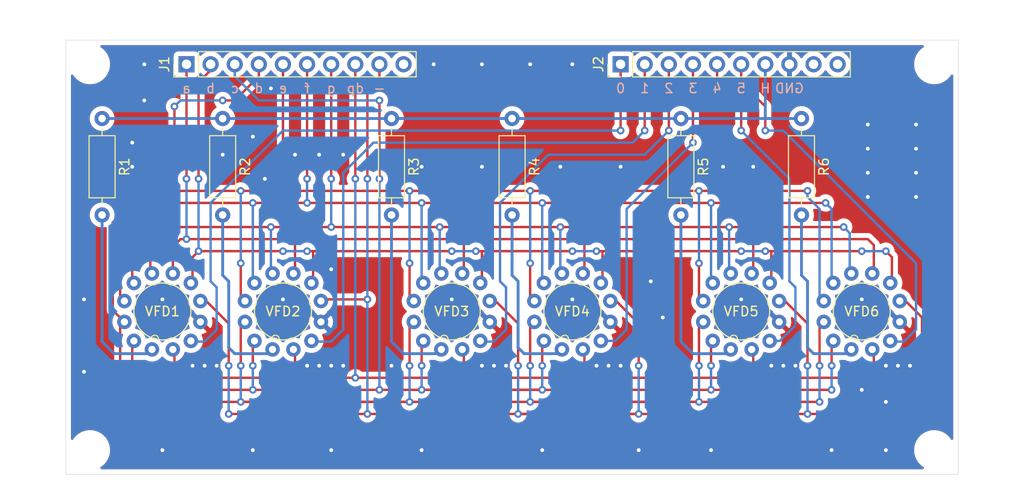
<source format=kicad_pcb>
(kicad_pcb (version 20240108) (generator "pcbnew") (generator_version "8.0")
  (layers (0 "F.Cu" signal) (31 "B.Cu" signal) (34 "B.Paste" user) (35 "F.Paste" user) (36 "B.SilkS" user "B.Silkscreen") (37 "F.SilkS" user "F.Silkscreen") (38 "B.Mask" user) (39 "F.Mask" user) (44 "Edge.Cuts" user))
  (net 0 "")
  (net 1 "GND")
  (net 2 "Net-(R1-Pad2)")
  (net 3 "+1V0")
  (net 4 "Net-(R4-Pad2)")
  (net 5 "Net-(R2-Pad2)")
  (net 6 "Net-(R5-Pad2)")
  (net 7 "/c")
  (net 8 "/d")
  (net 9 "/e")
  (net 10 "/f")
  (net 11 "/g")
  (net 12 "/a")
  (net 13 "/b")
  (net 14 "/-")
  (net 15 "/0")
  (net 16 "/dp")
  (net 17 "Net-(R6-Pad2)")
  (net 18 "/1")
  (net 19 "/2")
  (net 20 "/3")
  (net 21 "/4")
  (net 22 "/5")
  (net 23 "Net-(R3-Pad2)")
  (net 24 "Net-(J1-Pad10)")
  (net 25 "Net-(J2-Pad10)")
  (net 26 "Net-(J2-Pad9)")
  (footprint "Resistor_THT:R_Axial_DIN0207_L6.3mm_D2.5mm_P10.16mm_Horizontal" (layer "F.Cu") (at 105.41 86.995 -90)
    (property "Reference" "R1")
    (property "Value" "R")
  )
  (footprint "Resistor_THT:R_Axial_DIN0207_L6.3mm_D2.5mm_P10.16mm_Horizontal" (layer "F.Cu") (at 118.11 86.995 -90)
    (property "Reference" "R2")
    (property "Value" "R")
  )
  (footprint "Resistor_THT:R_Axial_DIN0207_L6.3mm_D2.5mm_P10.16mm_Horizontal" (layer "F.Cu") (at 135.89 86.995 -90)
    (property "Reference" "R3")
    (property "Value" "R")
  )
  (footprint "Resistor_THT:R_Axial_DIN0207_L6.3mm_D2.5mm_P10.16mm_Horizontal" (layer "F.Cu") (at 148.59 86.995 -90)
    (property "Reference" "R4")
    (property "Value" "R")
  )
  (footprint "Resistor_THT:R_Axial_DIN0207_L6.3mm_D2.5mm_P10.16mm_Horizontal" (layer "F.Cu") (at 166.37 86.995 -90)
    (property "Reference" "R5")
    (property "Value" "R")
  )
  (footprint "Resistor_THT:R_Axial_DIN0207_L6.3mm_D2.5mm_P10.16mm_Horizontal" (layer "F.Cu") (at 179.07 86.995 -90)
    (property "Reference" "R6")
    (property "Value" "R")
  )
  (footprint "MyLib:LD8035" (layer "F.Cu") (at 111.76 107.315)
    (property "Reference" "VFD1")
    (property "Value" "LD8035")
  )
  (footprint "MyLib:LD8035" (layer "F.Cu") (at 124.46 107.315)
    (property "Reference" "VFD2")
    (property "Value" "LD8035")
  )
  (footprint "MyLib:LD8035" (layer "F.Cu") (at 142.24 107.315)
    (property "Reference" "VFD3")
    (property "Value" "LD8035")
  )
  (footprint "MyLib:LD8035" (layer "F.Cu") (at 154.94 107.315)
    (property "Reference" "VFD4")
    (property "Value" "LD8035")
  )
  (footprint "MyLib:LD8035" (layer "F.Cu") (at 172.72 107.315)
    (property "Reference" "VFD5")
    (property "Value" "LD8035")
  )
  (footprint "MyLib:LD8035" (layer "F.Cu") (at 185.42 107.315)
    (property "Reference" "VFD6")
    (property "Value" "LD8035")
  )
  (footprint "Connector_PinHeader_2.54mm:PinHeader_1x10_P2.54mm_Vertical" (layer "F.Cu") (at 114.3 81.28 90)
    (property "Reference" "J1")
    (property "Value" "Conn_01x10_Male")
  )
  (footprint "Connector_PinHeader_2.54mm:PinHeader_1x10_P2.54mm_Vertical" (layer "F.Cu") (at 160.02 81.28 90)
    (property "Reference" "J2")
    (property "Value" "Conn_01x10_Male")
  )
  (footprint "MountingHole:MountingHole_3.2mm_M3" (layer "F.Cu") (at 193.04 81.28)
    (property "Reference" "REF**" (hide yes))
    (property "Value" "MountingHole_3.2mm_M3")
  )
  (footprint "MountingHole:MountingHole_3.2mm_M3" (layer "F.Cu") (at 104.14 81.28)
    (property "Reference" "REF**" (hide yes))
    (property "Value" "MountingHole_3.2mm_M3")
  )
  (footprint "MountingHole:MountingHole_3.2mm_M3" (layer "F.Cu") (at 104.14 121.92)
    (property "Reference" "REF**" (hide yes))
    (property "Value" "MountingHole_3.2mm_M3")
  )
  (footprint "MountingHole:MountingHole_3.2mm_M3" (layer "F.Cu") (at 193.04 121.92)
    (property "Reference" "REF**" (hide yes))
    (property "Value" "MountingHole_3.2mm_M3")
  )
  (gr_line (start 195.58 124.46) (end 195.58 78.74) (stroke (width 0.05)) (layer "Edge.Cuts"))
  (gr_line (start 101.6 78.74) (end 101.6 124.46) (stroke (width 0.05)) (layer "Edge.Cuts"))
  (gr_line (start 195.58 78.74) (end 101.6 78.74) (stroke (width 0.05)) (layer "Edge.Cuts"))
  (gr_line (start 101.6 124.46) (end 195.58 124.46) (stroke (width 0.05)) (layer "Edge.Cuts"))
  (gr_text "GND" (at 177.8 83.82 0) (layer "B.SilkS") (effects (font (size 1 1)) (justify mirror)))
  (gr_text "H" (at 175.26 83.82 0) (layer "B.SilkS") (effects (font (size 1 1)) (justify mirror)))
  (gr_text "3" (at 167.64 83.82 0) (layer "B.SilkS") (effects (font (size 1 1)) (justify mirror)))
  (gr_text "1" (at 162.56 83.82 0) (layer "B.SilkS") (effects (font (size 1 1)) (justify mirror)))
  (gr_text "dp" (at 132.08 83.82 0) (layer "B.SilkS") (effects (font (size 1 1)) (justify mirror)))
  (gr_text "c" (at 119.38 83.82 0) (layer "B.SilkS") (effects (font (size 1 1)) (justify mirror)))
  (gr_text "a" (at 114.3 83.82 0) (layer "B.SilkS") (effects (font (size 1 1)) (justify mirror)))
  (gr_text "g" (at 129.54 83.82 0) (layer "B.SilkS") (effects (font (size 1 1)) (justify mirror)))
  (gr_text "f" (at 127 83.82 0) (layer "B.SilkS") (effects (font (size 1 1)) (justify mirror)))
  (gr_text "5" (at 172.72 83.82 0) (layer "B.SilkS") (effects (font (size 1 1)) (justify mirror)))
  (gr_text "d" (at 121.92 83.82 0) (layer "B.SilkS") (effects (font (size 1 1)) (justify mirror)))
  (gr_text "-" (at 134.62 83.82 0) (layer "B.SilkS") (effects (font (size 1 1)) (justify mirror)))
  (gr_text "e" (at 124.46 83.82 0) (layer "B.SilkS") (effects (font (size 1 1)) (justify mirror)))
  (gr_text "4" (at 170.18 83.82 0) (layer "B.SilkS") (effects (font (size 1 1)) (justify mirror)))
  (gr_text "0" (at 160.02 83.82 0) (layer "B.SilkS") (effects (font (size 1 1)) (justify mirror)))
  (gr_text "2" (at 165.1 83.82 0) (layer "B.SilkS") (effects (font (size 1 1)) (justify mirror)))
  (gr_text "b" (at 116.84 83.82 0) (layer "B.SilkS") (effects (font (size 1 1)) (justify mirror)))
  (segment (start 147.955 110.13) (end 147.955 113.03) (width 0.3) (layer "F.Cu") (net 1))
  (segment (start 190.5 113.03) (end 190.5 109.495) (width 0.3) (layer "F.Cu") (net 1))
  (segment (start 176.72 108.415) (end 178.435 110.13) (width 0.3) (layer "F.Cu") (net 1))
  (segment (start 146.24 108.415) (end 147.955 110.13) (width 0.3) (layer "F.Cu") (net 1))
  (segment (start 160.02 109.495) (end 158.94 108.415) (width 0.3) (layer "F.Cu") (net 1))
  (segment (start 115.76 108.415) (end 117.475 110.13) (width 0.3) (layer "F.Cu") (net 1))
  (segment (start 190.5 109.495) (end 189.42 108.415) (width 0.3) (layer "F.Cu") (net 1))
  (segment (start 178.435 110.13) (end 178.435 113.03) (width 0.3) (layer "F.Cu") (net 1))
  (segment (start 129.54 113.03) (end 129.54 109.495) (width 0.3) (layer "F.Cu") (net 1))
  (segment (start 117.475 110.13) (end 117.475 113.03) (width 0.3) (layer "F.Cu") (net 1))
  (segment (start 160.02 113.03) (end 160.02 109.495) (width 0.3) (layer "F.Cu") (net 1))
  (segment (start 129.54 109.495) (end 128.46 108.415) (width 0.3) (layer "F.Cu") (net 1))
  (via (at 157.48 113.03) (size 0.8) (drill 0.4) (layers "F.Cu" "B.Cu") (net 1))
  (via (at 160.02 113.03) (size 0.8) (drill 0.4) (layers "F.Cu" "B.Cu") (net 1))
  (via (at 145.415 92.075) (size 0.8) (drill 0.4) (layers "F.Cu" "B.Cu") (net 1))
  (via (at 145.415 81.28) (size 0.8) (drill 0.4) (layers "F.Cu" "B.Cu") (net 1))
  (via (at 129.54 102.87) (size 0.8) (drill 0.4) (layers "F.Cu" "B.Cu") (net 1))
  (via (at 170.815 92.075) (size 0.8) (drill 0.4) (layers "F.Cu" "B.Cu") (net 1))
  (via (at 191.135 90.17) (size 0.8) (drill 0.4) (layers "F.Cu" "B.Cu") (net 1))
  (via (at 108.585 89.535) (size 0.8) (drill 0.4) (layers "F.Cu" "B.Cu") (net 1))
  (via (at 142.24 106.045) (size 0.8) (drill 0.4) (layers "F.Cu" "B.Cu") (net 1))
  (via (at 175.895 113.03) (size 0.8) (drill 0.4) (layers "F.Cu" "B.Cu") (net 1))
  (via (at 139.065 92.075) (size 0.8) (drill 0.4) (layers "F.Cu" "B.Cu") (net 1))
  (via (at 114.935 113.03) (size 0.8) (drill 0.4) (layers "F.Cu" "B.Cu") (net 1))
  (via (at 190.5 113.03) (size 0.8) (drill 0.4) (layers "F.Cu" "B.Cu") (net 1))
  (via (at 117.475 113.03) (size 0.8) (drill 0.4) (layers "F.Cu" "B.Cu") (net 1))
  (via (at 116.205 113.03) (size 0.8) (drill 0.4) (layers "F.Cu" "B.Cu") (net 1))
  (via (at 154.94 81.28) (size 0.8) (drill 0.4) (layers "F.Cu" "B.Cu") (net 1))
  (via (at 127 113.03) (size 0.8) (drill 0.4) (layers "F.Cu" "B.Cu") (net 1))
  (via (at 182.245 121.92) (size 0.8) (drill 0.4) (layers "F.Cu" "B.Cu") (net 1))
  (via (at 177.165 113.03) (size 0.8) (drill 0.4) (layers "F.Cu" "B.Cu") (net 1))
  (via (at 109.855 85.09) (size 0.8) (drill 0.4) (layers "F.Cu" "B.Cu") (net 1))
  (via (at 189.23 113.03) (size 0.8) (drill 0.4) (layers "F.Cu" "B.Cu") (net 1))
  (via (at 164.465 107.95) (size 0.8) (drill 0.4) (layers "F.Cu" "B.Cu") (net 1))
  (via (at 121.285 88.9) (size 0.8) (drill 0.4) (layers "F.Cu" "B.Cu") (net 1))
  (via (at 186.055 95.25) (size 0.8) (drill 0.4) (layers "F.Cu" "B.Cu") (net 1))
  (via (at 191.135 92.71) (size 0.8) (drill 0.4) (layers "F.Cu" "B.Cu") (net 1))
  (via (at 111.76 121.92) (size 0.8) (drill 0.4) (layers "F.Cu" "B.Cu") (net 1))
  (via (at 163.195 104.14) (size 0.8) (drill 0.4) (layers "F.Cu" "B.Cu") (net 1))
  (via (at 151.765 121.92) (size 0.8) (drill 0.4) (layers "F.Cu" "B.Cu") (net 1))
  (via (at 129.54 121.92) (size 0.8) (drill 0.4) (layers "F.Cu" "B.Cu") (net 1))
  (via (at 103.505 106.045) (size 0.8) (drill 0.4) (layers "F.Cu" "B.Cu") (net 1))
  (via (at 169.545 121.92) (size 0.8) (drill 0.4) (layers "F.Cu" "B.Cu") (net 1))
  (via (at 172.72 106.045) (size 0.8) (drill 0.4) (layers "F.Cu" "B.Cu") (net 1))
  (via (at 185.42 115.57) (size 0.8) (drill 0.4) (layers "F.Cu" "B.Cu") (net 1))
  (via (at 178.435 113.03) (size 0.8) (drill 0.4) (layers "F.Cu" "B.Cu") (net 1))
  (via (at 161.925 121.92) (size 0.8) (drill 0.4) (layers "F.Cu" "B.Cu") (net 1))
  (via (at 158.75 113.03) (size 0.8) (drill 0.4) (layers "F.Cu" "B.Cu") (net 1))
  (via (at 128.27 90.805) (size 0.8) (drill 0.4) (layers "F.Cu" "B.Cu") (net 1))
  (via (at 160.02 92.075) (size 0.8) (drill 0.4) (layers "F.Cu" "B.Cu") (net 1))
  (via (at 124.46 106.045) (size 0.8) (drill 0.4) (layers "F.Cu" "B.Cu") (net 1))
  (via (at 191.135 95.25) (size 0.8) (drill 0.4) (layers "F.Cu" "B.Cu") (net 1))
  (via (at 186.055 87.63) (size 0.8) (drill 0.4) (layers "F.Cu" "B.Cu") (net 1))
  (via (at 186.055 90.17) (size 0.8) (drill 0.4) (layers "F.Cu" "B.Cu") (net 1))
  (via (at 185.42 106.045) (size 0.8) (drill 0.4) (layers "F.Cu" "B.Cu") (net 1))
  (via (at 135.89 113.03) (size 0.8) (drill 0.4) (layers "F.Cu" "B.Cu") (net 1))
  (via (at 147.955 113.03) (size 0.8) (drill 0.4) (layers "F.Cu" "B.Cu") (net 1))
  (via (at 150.495 81.28) (size 0.8) (drill 0.4) (layers "F.Cu" "B.Cu") (net 1))
  (via (at 121.285 121.92) (size 0.8) (drill 0.4) (layers "F.Cu" "B.Cu") (net 1))
  (via (at 187.96 116.84) (size 0.8) (drill 0.4) (layers "F.Cu" "B.Cu") (net 1))
  (via (at 130.81 113.03) (size 0.8) (drill 0.4) (layers "F.Cu" "B.Cu") (net 1))
  (via (at 173.99 92.075) (size 0.8) (drill 0.4) (layers "F.Cu" "B.Cu") (net 1))
  (via (at 130.81 90.805) (size 0.8) (drill 0.4) (layers "F.Cu" "B.Cu") (net 1))
  (via (at 108.585 92.075) (size 0.8) (drill 0.4) (layers "F.Cu" "B.Cu") (net 1))
  (via (at 123.19 83.82) (size 0.8) (drill 0.4) (layers "F.Cu" "B.Cu") (net 1))
  (via (at 122.555 93.345) (size 0.8) (drill 0.4) (layers "F.Cu" "B.Cu") (net 1))
  (via (at 125.73 90.805) (size 0.8) (drill 0.4) (layers "F.Cu" "B.Cu") (net 1))
  (via (at 187.96 121.92) (size 0.8) (drill 0.4) (layers "F.Cu" "B.Cu") (net 1))
  (via (at 145.415 113.03) (size 0.8) (drill 0.4) (layers "F.Cu" "B.Cu") (net 1))
  (via (at 146.685 113.03) (size 0.8) (drill 0.4) (layers "F.Cu" "B.Cu") (net 1))
  (via (at 109.855 81.28) (size 0.8) (drill 0.4) (layers "F.Cu" "B.Cu") (net 1))
  (via (at 118.11 90.805) (size 0.8) (drill 0.4) (layers "F.Cu" "B.Cu") (net 1))
  (via (at 154.94 106.045) (size 0.8) (drill 0.4) (layers "F.Cu" "B.Cu") (net 1))
  (via (at 153.67 92.075) (size 0.8) (drill 0.4) (layers "F.Cu" "B.Cu") (net 1))
  (via (at 187.96 113.03) (size 0.8) (drill 0.4) (layers "F.Cu" "B.Cu") (net 1))
  (via (at 128.27 113.03) (size 0.8) (drill 0.4) (layers "F.Cu" "B.Cu") (net 1))
  (via (at 129.54 113.03) (size 0.8) (drill 0.4) (layers "F.Cu" "B.Cu") (net 1))
  (via (at 140.335 81.28) (size 0.8) (drill 0.4) (layers "F.Cu" "B.Cu") (net 1))
  (via (at 191.135 87.63) (size 0.8) (drill 0.4) (layers "F.Cu" "B.Cu") (net 1))
  (via (at 186.055 92.71) (size 0.8) (drill 0.4) (layers "F.Cu" "B.Cu") (net 1))
  (via (at 139.065 121.92) (size 0.8) (drill 0.4) (layers "F.Cu" "B.Cu") (net 1))
  (via (at 111.76 106.045) (size 0.8) (drill 0.4) (layers "F.Cu" "B.Cu") (net 1))
  (via (at 103.505 113.665) (size 0.8) (drill 0.4) (layers "F.Cu" "B.Cu") (net 1))
  (segment (start 117.475 119.38) (end 129.54 119.38) (width 0.3) (layer "B.Cu") (net 1))
  (segment (start 147.955 119.38) (end 160.02 119.38) (width 0.3) (layer "B.Cu") (net 1))
  (segment (start 193.04 116.84) (end 190.5 119.38) (width 0.3) (layer "B.Cu") (net 1))
  (segment (start 178.435 113.03) (end 178.435 119.38) (width 0.3) (layer "B.Cu") (net 1))
  (segment (start 190.5 119.38) (end 190.5 113.03) (width 0.3) (layer "B.Cu") (net 1))
  (segment (start 160.02 119.38) (end 160.02 113.03) (width 0.3) (layer "B.Cu") (net 1))
  (segment (start 177.8 81.28) (end 177.8 83.82) (width 0.3) (layer "B.Cu") (net 1))
  (segment (start 177.8 119.38) (end 178.435 119.38) (width 0.3) (layer "B.Cu") (net 1))
  (segment (start 193.04 95.885) (end 193.04 116.84) (width 0.3) (layer "B.Cu") (net 1))
  (segment (start 180.975 83.82) (end 193.04 95.885) (width 0.3) (layer "B.Cu") (net 1))
  (segment (start 147.955 113.03) (end 147.955 119.38) (width 0.3) (layer "B.Cu") (net 1))
  (segment (start 177.8 83.82) (end 180.975 83.82) (width 0.3) (layer "B.Cu") (net 1))
  (segment (start 129.54 119.38) (end 147.32 119.38) (width 0.3) (layer "B.Cu") (net 1))
  (segment (start 160.02 119.38) (end 177.8 119.38) (width 0.3) (layer "B.Cu") (net 1))
  (segment (start 178.435 119.38) (end 190.5 119.38) (width 0.3) (layer "B.Cu") (net 1))
  (segment (start 129.54 119.38) (end 129.54 113.03) (width 0.3) (layer "B.Cu") (net 1))
  (segment (start 117.475 113.03) (end 117.475 119.38) (width 0.3) (layer "B.Cu") (net 1))
  (segment (start 147.32 119.38) (end 147.955 119.38) (width 0.3) (layer "B.Cu") (net 1))
  (segment (start 105.41 97.155) (end 105.41 110.49) (width 0.3) (layer "B.Cu") (net 2))
  (segment (start 110.66 111.315) (end 110.66 111.59) (width 0.3) (layer "B.Cu") (net 2))
  (segment (start 110.66 111.59) (end 110.49 111.76) (width 0.3) (layer "B.Cu") (net 2))
  (segment (start 110.49 111.76) (end 106.68 111.76) (width 0.3) (layer "B.Cu") (net 2))
  (segment (start 106.68 111.76) (end 105.41 110.49) (width 0.3) (layer "B.Cu") (net 2))
  (segment (start 175.26 86.995) (end 179.07 86.995) (width 0.3) (layer "B.Cu") (net 3))
  (segment (start 105.41 86.995) (end 175.26 86.995) (width 0.3) (layer "B.Cu") (net 3))
  (segment (start 175.26 81.28) (end 175.26 86.995) (width 0.3) (layer "B.Cu") (net 3))
  (segment (start 148.59 102.87) (end 148.59 102.235) (width 0.3) (layer "B.Cu") (net 4))
  (segment (start 148.59 103.505) (end 148.59 102.235) (width 0.3) (layer "B.Cu") (net 4))
  (segment (start 149.225 104.14) (end 148.59 103.505) (width 0.3) (layer "B.Cu") (net 4))
  (segment (start 149.225 111.125) (end 149.225 104.14) (width 0.3) (layer "B.Cu") (net 4))
  (segment (start 148.59 102.235) (end 148.59 97.155) (width 0.3) (layer "B.Cu") (net 4))
  (segment (start 149.86 111.76) (end 149.225 111.125) (width 0.3) (layer "B.Cu") (net 4))
  (segment (start 148.59 103.505) (end 148.59 102.87) (width 0.25) (layer "B.Cu") (net 4))
  (segment (start 153.84 111.315) (end 153.395 111.76) (width 0.3) (layer "B.Cu") (net 4))
  (segment (start 153.395 111.76) (end 149.86 111.76) (width 0.3) (layer "B.Cu") (net 4))
  (segment (start 119.38 111.76) (end 118.745 111.125) (width 0.3) (layer "B.Cu") (net 5))
  (segment (start 118.745 104.14) (end 118.11 103.505) (width 0.3) (layer "B.Cu") (net 5))
  (segment (start 118.745 111.125) (end 118.745 104.14) (width 0.3) (layer "B.Cu") (net 5))
  (segment (start 118.11 103.505) (end 118.11 97.155) (width 0.3) (layer "B.Cu") (net 5))
  (segment (start 122.915 111.76) (end 119.38 111.76) (width 0.3) (layer "B.Cu") (net 5))
  (segment (start 123.36 111.315) (end 122.915 111.76) (width 0.3) (layer "B.Cu") (net 5))
  (segment (start 171.62 111.59) (end 171.45 111.76) (width 0.3) (layer "B.Cu") (net 6))
  (segment (start 166.37 110.49) (end 166.37 97.155) (width 0.3) (layer "B.Cu") (net 6))
  (segment (start 171.45 111.76) (end 167.64 111.76) (width 0.3) (layer "B.Cu") (net 6))
  (segment (start 167.64 111.76) (end 166.37 110.49) (width 0.3) (layer "B.Cu") (net 6))
  (segment (start 171.62 111.315) (end 171.62 111.59) (width 0.3) (layer "B.Cu") (net 6))
  (segment (start 121.285 115.57) (end 109.855 115.57) (width 0.25) (layer "F.Cu") (net 7))
  (segment (start 139.065 115.57) (end 134.62 115.57) (width 0.25) (layer "F.Cu") (net 7))
  (segment (start 121.285 110.49) (end 121.285 113.03) (width 0.25) (layer "F.Cu") (net 7))
  (segment (start 182.42 110.415) (end 182.32 110.415) (width 0.25) (layer "F.Cu") (net 7))
  (segment (start 169.62 110.415) (end 169.545 110.49) (width 0.25) (layer "F.Cu") (net 7))
  (segment (start 169.545 110.49) (end 169.545 113.03) (width 0.25) (layer "F.Cu") (net 7))
  (segment (start 139.24 110.415) (end 139.24 110.95) (width 0.25) (layer "F.Cu") (net 7))
  (segment (start 108.585 110.59) (end 108.76 110.415) (width 0.25) (layer "F.Cu") (net 7))
  (segment (start 182.32 110.415) (end 182.245 110.49) (width 0.25) (layer "F.Cu") (net 7))
  (segment (start 108.585 114.3) (end 109.855 115.57) (width 0.25) (layer "F.Cu") (net 7))
  (segment (start 121.36 110.415) (end 121.285 110.49) (width 0.25) (layer "F.Cu") (net 7))
  (segment (start 151.765 115.57) (end 139.065 115.57) (width 0.25) (layer "F.Cu") (net 7))
  (segment (start 108.585 114.3) (end 108.585 110.59) (width 0.25) (layer "F.Cu") (net 7))
  (segment (start 182.245 110.49) (end 182.245 113.03) (width 0.25) (layer "F.Cu") (net 7))
  (segment (start 151.94 110.415) (end 151.84 110.415) (width 0.25) (layer "F.Cu") (net 7))
  (segment (start 182.245 115.57) (end 169.545 115.57) (width 0.25) (layer "F.Cu") (net 7))
  (segment (start 169.72 110.415) (end 169.62 110.415) (width 0.25) (layer "F.Cu") (net 7))
  (segment (start 169.545 115.57) (end 139.065 115.57) (width 0.25) (layer "F.Cu") (net 7))
  (segment (start 134.62 85.09) (end 134.62 93.345) (width 0.25) (layer "F.Cu") (net 7))
  (segment (start 134.62 115.57) (end 121.285 115.57) (width 0.25) (layer "F.Cu") (net 7))
  (segment (start 121.46 110.415) (end 121.36 110.415) (width 0.25) (layer "F.Cu") (net 7))
  (segment (start 151.765 110.49) (end 151.765 113.03) (width 0.25) (layer "F.Cu") (net 7))
  (segment (start 151.84 110.415) (end 151.765 110.49) (width 0.25) (layer "F.Cu") (net 7))
  (segment (start 139.065 111.125) (end 139.065 113.03) (width 0.25) (layer "F.Cu") (net 7))
  (segment (start 139.24 110.95) (end 139.065 111.125) (width 0.25) (layer "F.Cu") (net 7))
  (via (at 151.765 115.57) (size 0.8) (drill 0.4) (layers "F.Cu" "B.Cu") (net 7))
  (via (at 169.545 113.03) (size 0.8) (drill 0.4) (layers "F.Cu" "B.Cu") (net 7))
  (via (at 151.765 113.03) (size 0.8) (drill 0.4) (layers "F.Cu" "B.Cu") (net 7))
  (via (at 134.62 93.345) (size 0.8) (drill 0.4) (layers "F.Cu" "B.Cu") (net 7))
  (via (at 169.545 115.57) (size 0.8) (drill 0.4) (layers "F.Cu" "B.Cu") (net 7))
  (via (at 182.245 113.03) (size 0.8) (drill 0.4) (layers "F.Cu" "B.Cu") (net 7))
  (via (at 139.065 115.57) (size 0.8) (drill 0.4) (layers "F.Cu" "B.Cu") (net 7))
  (via (at 134.62 115.57) (size 0.8) (drill 0.4) (layers "F.Cu" "B.Cu") (net 7))
  (via (at 121.285 113.03) (size 0.8) (drill 0.4) (layers "F.Cu" "B.Cu") (net 7))
  (via (at 121.285 115.57) (size 0.8) (drill 0.4) (layers "F.Cu" "B.Cu") (net 7))
  (via (at 182.245 115.57) (size 0.8) (drill 0.4) (layers "F.Cu" "B.Cu") (net 7))
  (via (at 134.62 85.09) (size 0.8) (drill 0.4) (layers "F.Cu" "B.Cu") (net 7))
  (via (at 139.065 113.03) (size 0.8) (drill 0.4) (layers "F.Cu" "B.Cu") (net 7))
  (segment (start 121.92 85.09) (end 125.095 85.09) (width 0.25) (layer "B.Cu") (net 7))
  (segment (start 182.245 113.03) (end 182.245 115.57) (width 0.25) (layer "B.Cu") (net 7))
  (segment (start 119.38 82.55) (end 121.92 85.09) (width 0.25) (layer "B.Cu") (net 7))
  (segment (start 139.065 113.03) (end 139.065 115.57) (width 0.25) (layer "B.Cu") (net 7))
  (segment (start 121.285 113.03) (end 121.285 115.57) (width 0.25) (layer "B.Cu") (net 7))
  (segment (start 169.545 113.03) (end 169.545 115.57) (width 0.25) (layer "B.Cu") (net 7))
  (segment (start 119.38 81.28) (end 119.38 82.55) (width 0.25) (layer "B.Cu") (net 7))
  (segment (start 134.62 93.345) (end 134.62 106.045) (width 0.25) (layer "B.Cu") (net 7))
  (segment (start 134.62 106.045) (end 134.62 115.57) (width 0.25) (layer "B.Cu") (net 7))
  (segment (start 151.765 113.03) (end 151.765 115.57) (width 0.25) (layer "B.Cu") (net 7))
  (segment (start 125.095 85.09) (end 134.62 85.09) (width 0.25) (layer "B.Cu") (net 7))
  (segment (start 121.92 81.28) (end 121.92 82.55) (width 0.25) (layer "F.Cu") (net 8))
  (segment (start 180.975 116.84) (end 120.015 116.84) (width 0.25) (layer "F.Cu") (net 8))
  (segment (start 137.795 116.84) (end 120.015 116.84) (width 0.25) (layer "F.Cu") (net 8))
  (segment (start 150.495 108.86) (end 150.94 108.415) (width 0.25) (layer "F.Cu") (net 8))
  (segment (start 137.965 108.415) (end 137.795 108.585) (width 0.25) (layer "F.Cu") (net 8))
  (segment (start 120.015 113.03) (end 120.015 108.86) (width 0.25) (layer "F.Cu") (net 8))
  (segment (start 107.315 108.86) (end 107.76 108.415) (width 0.25) (layer "F.Cu") (net 8))
  (segment (start 180.975 108.585) (end 180.975 113.03) (width 0.25) (layer "F.Cu") (net 8))
  (segment (start 168.275 108.585) (end 168.275 113.03) (width 0.25) (layer "F.Cu") (net 8))
  (segment (start 106.672999 107.327999) (end 107.76 108.415) (width 0.25) (layer "F.Cu") (net 8))
  (segment (start 108.585 116.84) (end 109.22 116.84) (width 0.25) (layer "F.Cu") (net 8))
  (segment (start 181.42 108.415) (end 181.145 108.415) (width 0.25) (layer "F.Cu") (net 8))
  (segment (start 120.015 108.86) (end 120.46 108.415) (width 0.25) (layer "F.Cu") (net 8))
  (segment (start 137.795 108.585) (end 137.795 113.03) (width 0.25) (layer "F.Cu") (net 8))
  (segment (start 113.03 91.44) (end 106.535001 97.934999) (width 0.25) (layer "F.Cu") (net 8))
  (segment (start 168.275 116.84) (end 150.495 116.84) (width 0.25) (layer "F.Cu") (net 8))
  (segment (start 121.92 82.55) (end 119.38 85.09) (width 0.25) (layer "F.Cu") (net 8))
  (segment (start 150.495 113.03) (end 150.495 108.86) (width 0.25) (layer "F.Cu") (net 8))
  (segment (start 168.72 108.415) (end 168.445 108.415) (width 0.25) (layer "F.Cu") (net 8))
  (segment (start 168.445 108.415) (end 168.275 108.585) (width 0.25) (layer "F.Cu") (net 8))
  (segment (start 120.015 116.84) (end 109.22 116.84) (width 0.25) (layer "F.Cu") (net 8))
  (segment (start 106.535001 97.934999) (end 106.535001 107.170001) (width 0.25) (layer "F.Cu") (net 8))
  (segment (start 181.145 108.415) (end 180.975 108.585) (width 0.25) (layer "F.Cu") (net 8))
  (segment (start 119.38 85.09) (end 118.11 85.09) (width 0.25) (layer "F.Cu") (net 8))
  (segment (start 121.92 81.915) (end 121.92 81.28) (width 0.25) (layer "F.Cu") (net 8))
  (segment (start 106.672999 107.307999) (end 106.672999 107.327999) (width 0.25) (layer "F.Cu") (net 8))
  (segment (start 107.315 115.57) (end 107.315 108.86) (width 0.25) (layer "F.Cu") (net 8))
  (segment (start 106.535001 107.170001) (end 106.672999 107.307999) (width 0.25) (layer "F.Cu") (net 8))
  (segment (start 138.24 108.415) (end 137.965 108.415) (width 0.25) (layer "F.Cu") (net 8))
  (segment (start 113.03 85.725) (end 113.03 91.44) (width 0.25) (layer "F.Cu") (net 8))
  (segment (start 107.315 115.57) (end 108.585 116.84) (width 0.25) (layer "F.Cu") (net 8))
  (via (at 168.275 113.03) (size 0.8) (drill 0.4) (layers "F.Cu" "B.Cu") (net 8))
  (via (at 113.03 85.725) (size 0.8) (drill 0.4) (layers "F.Cu" "B.Cu") (net 8))
  (via (at 118.11 85.09) (size 0.8) (drill 0.4) (layers "F.Cu" "B.Cu") (net 8))
  (via (at 150.495 113.03) (size 0.8) (drill 0.4) (layers "F.Cu" "B.Cu") (net 8))
  (via (at 168.275 116.84) (size 0.8) (drill 0.4) (layers "F.Cu" "B.Cu") (net 8))
  (via (at 180.975 116.84) (size 0.8) (drill 0.4) (layers "F.Cu" "B.Cu") (net 8))
  (via (at 120.015 113.03) (size 0.8) (drill 0.4) (layers "F.Cu" "B.Cu") (net 8))
  (via (at 137.795 113.03) (size 0.8) (drill 0.4) (layers "F.Cu" "B.Cu") (net 8))
  (via (at 120.015 116.84) (size 0.8) (drill 0.4) (layers "F.Cu" "B.Cu") (net 8))
  (via (at 150.495 116.84) (size 0.8) (drill 0.4) (layers "F.Cu" "B.Cu") (net 8))
  (via (at 137.795 116.84) (size 0.8) (drill 0.4) (layers "F.Cu" "B.Cu") (net 8))
  (via (at 180.975 113.03) (size 0.8) (drill 0.4) (layers "F.Cu" "B.Cu") (net 8))
  (segment (start 168.275 113.03) (end 168.275 116.84) (width 0.25) (layer "B.Cu") (net 8))
  (segment (start 113.665 85.09) (end 113.03 85.725) (width 0.25) (layer "B.Cu") (net 8))
  (segment (start 137.795 113.03) (end 137.795 116.84) (width 0.25) (layer "B.Cu") (net 8))
  (segment (start 120.015 116.84) (end 120.015 113.03) (width 0.25) (layer "B.Cu") (net 8))
  (segment (start 118.11 85.09) (end 113.665 85.09) (width 0.25) (layer "B.Cu") (net 8))
  (segment (start 180.975 113.03) (end 180.975 116.84) (width 0.25) (layer "B.Cu") (net 8))
  (segment (start 150.495 116.84) (end 150.495 113.03) (width 0.25) (layer "B.Cu") (net 8))
  (segment (start 138.24 106.215) (end 137.965 106.215) (width 0.25) (layer "F.Cu") (net 9))
  (segment (start 112.395 94.615) (end 120.015 94.615) (width 0.25) (layer "F.Cu") (net 9))
  (segment (start 120.015 94.615) (end 124.46 94.615) (width 0.25) (layer "F.Cu") (net 9))
  (segment (start 150.495 102.235) (end 150.495 105.77) (width 0.25) (layer "F.Cu") (net 9))
  (segment (start 107.76 106.215) (end 107.485 106.215) (width 0.25) (layer "F.Cu") (net 9))
  (segment (start 137.795 106.045) (end 137.795 102.235) (width 0.25) (layer "F.Cu") (net 9))
  (segment (start 168.275 94.615) (end 179.705 94.615) (width 0.25) (layer "F.Cu") (net 9))
  (segment (start 120.185 106.215) (end 120.015 106.045) (width 0.25) (layer "F.Cu") (net 9))
  (segment (start 120.015 106.045) (end 120.015 102.235) (width 0.25) (layer "F.Cu") (net 9))
  (segment (start 137.965 106.215) (end 137.795 106.045) (width 0.25) (layer "F.Cu") (net 9))
  (segment (start 150.495 105.77) (end 150.94 106.215) (width 0.25) (layer "F.Cu") (net 9))
  (segment (start 168.445 106.215) (end 168.275 106.045) (width 0.25) (layer "F.Cu") (net 9))
  (segment (start 137.795 94.615) (end 150.495 94.615) (width 0.25) (layer "F.Cu") (net 9))
  (segment (start 124.46 94.615) (end 137.795 94.615) (width 0.25) (layer "F.Cu") (net 9))
  (segment (start 107.485 106.215) (end 107.315 106.045) (width 0.25) (layer "F.Cu") (net 9))
  (segment (start 120.46 106.215) (end 120.185 106.215) (width 0.25) (layer "F.Cu") (net 9))
  (segment (start 107.315 106.045) (end 107.315 99.06) (width 0.25) (layer "F.Cu") (net 9))
  (segment (start 124.46 81.28) (end 124.46 94.615) (width 0.25) (layer "F.Cu") (net 9))
  (segment (start 168.72 106.215) (end 168.445 106.215) (width 0.25) (layer "F.Cu") (net 9))
  (segment (start 150.495 94.615) (end 168.275 94.615) (width 0.25) (layer "F.Cu") (net 9))
  (segment (start 111.76 94.615) (end 112.395 94.615) (width 0.25) (layer "F.Cu") (net 9))
  (segment (start 168.275 106.045) (end 168.275 102.235) (width 0.25) (layer "F.Cu") (net 9))
  (segment (start 107.315 99.06) (end 111.76 94.615) (width 0.25) (layer "F.Cu") (net 9))
  (via (at 150.495 94.615) (size 0.8) (drill 0.4) (layers "F.Cu" "B.Cu") (net 9))
  (via (at 137.795 102.235) (size 0.8) (drill 0.4) (layers "F.Cu" "B.Cu") (net 9))
  (via (at 120.015 94.615) (size 0.8) (drill 0.4) (layers "F.Cu" "B.Cu") (net 9))
  (via (at 137.795 94.615) (size 0.8) (drill 0.4) (layers "F.Cu" "B.Cu") (net 9))
  (via (at 168.275 102.235) (size 0.8) (drill 0.4) (layers "F.Cu" "B.Cu") (net 9))
  (via (at 120.015 102.235) (size 0.8) (drill 0.4) (layers "F.Cu" "B.Cu") (net 9))
  (via (at 150.495 102.235) (size 0.8) (drill 0.4) (layers "F.Cu" "B.Cu") (net 9))
  (via (at 179.705 94.615) (size 0.8) (drill 0.4) (layers "F.Cu" "B.Cu") (net 9))
  (via (at 168.275 94.615) (size 0.8) (drill 0.4) (layers "F.Cu" "B.Cu") (net 9))
  (segment (start 150.495 102.235) (end 150.495 94.615) (width 0.25) (layer "B.Cu") (net 9))
  (segment (start 137.795 102.235) (end 137.795 94.615) (width 0.25) (layer "B.Cu") (net 9))
  (segment (start 180.975 106.045) (end 180.975 96.52) (width 0.25) (layer "B.Cu") (net 9))
  (segment (start 168.275 102.235) (end 168.275 94.615) (width 0.25) (layer "B.Cu") (net 9))
  (segment (start 181.145 106.215) (end 180.975 106.045) (width 0.25) (layer "B.Cu") (net 9))
  (segment (start 138.24 106.215) (end 137.965 106.215) (width 0.25) (layer "B.Cu") (net 9))
  (segment (start 179.705 95.25) (end 179.705 94.615) (width 0.25) (layer "B.Cu") (net 9))
  (segment (start 120.015 102.235) (end 120.015 94.615) (width 0.25) (layer "B.Cu") (net 9))
  (segment (start 181.42 106.215) (end 181.145 106.215) (width 0.25) (layer "B.Cu") (net 9))
  (segment (start 180.975 96.52) (end 179.705 95.25) (width 0.25) (layer "B.Cu") (net 9))
  (segment (start 127 95.885) (end 139.065 95.885) (width 0.25) (layer "F.Cu") (net 10))
  (segment (start 151.765 95.885) (end 169.545 95.885) (width 0.25) (layer "F.Cu") (net 10))
  (segment (start 113.665 95.885) (end 121.285 95.885) (width 0.25) (layer "F.Cu") (net 10))
  (segment (start 112.395 95.885) (end 113.665 95.885) (width 0.25) (layer "F.Cu") (net 10))
  (segment (start 108.585 104.14) (end 108.585 99.695) (width 0.25) (layer "F.Cu") (net 10))
  (segment (start 127 93.345) (end 127 81.28) (width 0.25) (layer "F.Cu") (net 10))
  (segment (start 121.285 95.885) (end 127 95.885) (width 0.25) (layer "F.Cu") (net 10))
  (segment (start 139.065 95.885) (end 151.765 95.885) (width 0.25) (layer "F.Cu") (net 10))
  (segment (start 108.76 104.315) (end 108.585 104.14) (width 0.25) (layer "F.Cu") (net 10))
  (segment (start 108.585 99.695) (end 112.395 95.885) (width 0.25) (layer "F.Cu") (net 10))
  (segment (start 169.545 95.885) (end 181.61 95.885) (width 0.25) (layer "F.Cu") (net 10))
  (via (at 181.61 95.885) (size 0.8) (drill 0.4) (layers "F.Cu" "B.Cu") (net 10))
  (via (at 169.545 95.885) (size 0.8) (drill 0.4) (layers "F.Cu" "B.Cu") (net 10))
  (via (at 127 95.885) (size 0.8) (drill 0.4) (layers "F.Cu" "B.Cu") (net 10))
  (via (at 127 93.345) (size 0.8) (drill 0.4) (layers "F.Cu" "B.Cu") (net 10))
  (via (at 121.285 95.885) (size 0.8) (drill 0.4) (layers "F.Cu" "B.Cu") (net 10))
  (via (at 139.065 95.885) (size 0.8) (drill 0.4) (layers "F.Cu" "B.Cu") (net 10))
  (via (at 151.765 95.885) (size 0.8) (drill 0.4) (layers "F.Cu" "B.Cu") (net 10))
  (segment (start 127 93.345) (end 127 95.885) (width 0.25) (layer "B.Cu") (net 10))
  (segment (start 139.065 104.14) (end 139.065 95.885) (width 0.25) (layer "B.Cu") (net 10))
  (segment (start 121.285 104.14) (end 121.285 95.885) (width 0.25) (layer "B.Cu") (net 10))
  (segment (start 169.72 104.315) (end 169.545 104.14) (width 0.25) (layer "B.Cu") (net 10))
  (segment (start 151.94 104.315) (end 151.765 104.14) (width 0.25) (layer "B.Cu") (net 10))
  (segment (start 182.245 104.14) (end 182.42 104.315) (width 0.25) (layer "B.Cu") (net 10))
  (segment (start 182.245 96.52) (end 182.245 104.14) (width 0.25) (layer "B.Cu") (net 10))
  (segment (start 121.46 104.315) (end 121.285 104.14) (width 0.25) (layer "B.Cu") (net 10))
  (segment (start 139.24 104.315) (end 139.065 104.14) (width 0.25) (layer "B.Cu") (net 10))
  (segment (start 181.61 95.885) (end 182.245 96.52) (width 0.25) (layer "B.Cu") (net 10))
  (segment (start 169.545 104.14) (end 169.545 95.885) (width 0.25) (layer "B.Cu") (net 10))
  (segment (start 151.765 104.14) (end 151.765 95.885) (width 0.25) (layer "B.Cu") (net 10))
  (segment (start 113.665 98.425) (end 123.19 98.425) (width 0.25) (layer "F.Cu") (net 11))
  (segment (start 110.49 102.87) (end 110.49 99.695) (width 0.25) (layer "F.Cu") (net 11))
  (segment (start 129.54 98.425) (end 140.97 98.425) (width 0.25) (layer "F.Cu") (net 11))
  (segment (start 129.54 81.28) (end 129.54 93.345) (width 0.25) (layer "F.Cu") (net 11))
  (segment (start 110.66 103.04) (end 110.49 102.87) (width 0.25) (layer "F.Cu") (net 11))
  (segment (start 110.66 103.315) (end 110.66 103.04) (width 0.25) (layer "F.Cu") (net 11))
  (segment (start 111.76 98.425) (end 113.665 98.425) (width 0.25) (layer "F.Cu") (net 11))
  (segment (start 140.97 98.425) (end 183.515 98.425) (width 0.25) (layer "F.Cu") (net 11))
  (segment (start 110.49 99.695) (end 111.76 98.425) (width 0.25) (layer "F.Cu") (net 11))
  (segment (start 123.19 98.425) (end 129.54 98.425) (width 0.25) (layer "F.Cu") (net 11))
  (via (at 153.67 98.425) (size 0.8) (drill 0.4) (layers "F.Cu" "B.Cu") (net 11))
  (via (at 183.515 98.425) (size 0.8) (drill 0.4) (layers "F.Cu" "B.Cu") (net 11))
  (via (at 140.97 98.425) (size 0.8) (drill 0.4) (layers "F.Cu" "B.Cu") (net 11))
  (via (at 123.19 98.425) (size 0.8) (drill 0.4) (layers "F.Cu" "B.Cu") (net 11))
  (via (at 171.45 98.425) (size 0.8) (drill 0.4) (layers "F.Cu" "B.Cu") (net 11))
  (via (at 129.54 93.345) (size 0.8) (drill 0.4) (layers "F.Cu" "B.Cu") (net 11))
  (via (at 129.54 98.425) (size 0.8) (drill 0.4) (layers "F.Cu" "B.Cu") (net 11))
  (segment (start 123.36 103.315) (end 123.36 103.04) (width 0.25) (layer "B.Cu") (net 11))
  (segment (start 123.19 102.87) (end 123.19 98.425) (width 0.25) (layer "B.Cu") (net 11))
  (segment (start 153.67 102.87) (end 153.67 98.425) (width 0.25) (layer "B.Cu") (net 11))
  (segment (start 140.97 102.87) (end 140.97 98.425) (width 0.25) (layer "B.Cu") (net 11))
  (segment (start 129.54 93.345) (end 129.54 98.425) (width 0.25) (layer "B.Cu") (net 11))
  (segment (start 153.84 103.315) (end 153.84 103.04) (width 0.25) (layer "B.Cu") (net 11))
  (segment (start 153.84 103.04) (end 153.67 102.87) (width 0.25) (layer "B.Cu") (net 11))
  (segment (start 183.515 98.425) (end 184.15 99.06) (width 0.25) (layer "B.Cu") (net 11))
  (segment (start 184.15 103.145) (end 184.32 103.315) (width 0.25) (layer "B.Cu") (net 11))
  (segment (start 123.36 103.04) (end 123.19 102.87) (width 0.25) (layer "B.Cu") (net 11))
  (segment (start 171.45 102.87) (end 171.45 98.425) (width 0.25) (layer "B.Cu") (net 11))
  (segment (start 171.62 103.04) (end 171.45 102.87) (width 0.25) (layer "B.Cu") (net 11))
  (segment (start 141.14 103.04) (end 140.97 102.87) (width 0.25) (layer "B.Cu") (net 11))
  (segment (start 141.14 103.315) (end 141.14 103.04) (width 0.25) (layer "B.Cu") (net 11))
  (segment (start 184.15 99.06) (end 184.15 103.145) (width 0.25) (layer "B.Cu") (net 11))
  (segment (start 171.62 103.315) (end 171.62 103.04) (width 0.25) (layer "B.Cu") (net 11))
  (segment (start 125.73 99.695) (end 143.51 99.695) (width 0.25) (layer "F.Cu") (net 12))
  (segment (start 143.51 99.695) (end 156.21 99.695) (width 0.25) (layer "F.Cu") (net 12))
  (segment (start 143.51 99.695) (end 143.51 103.145) (width 0.25) (layer "F.Cu") (net 12))
  (segment (start 186.69 100.33) (end 186.69 103.145) (width 0.25) (layer "F.Cu") (net 12))
  (segment (start 156.21 99.695) (end 156.21 103.145) (width 0.25) (layer "F.Cu") (net 12))
  (segment (start 115.57 99.695) (end 125.73 99.695) (width 0.25) (layer "F.Cu") (net 12))
  (segment (start 186.69 100.33) (end 186.055 99.695) (width 0.25) (layer "F.Cu") (net 12))
  (segment (start 173.99 99.695) (end 186.055 99.695) (width 0.25) (layer "F.Cu") (net 12))
  (segment (start 173.99 103.145) (end 173.82 103.315) (width 0.25) (layer "F.Cu") (net 12))
  (segment (start 173.99 99.695) (end 173.99 103.145) (width 0.25) (layer "F.Cu") (net 12))
  (segment (start 114.3 99.695) (end 115.57 99.695) (width 0.25) (layer "F.Cu") (net 12))
  (segment (start 156.21 99.695) (end 173.99 99.695) (width 0.25) (layer "F.Cu") (net 12))
  (segment (start 112.86 100.5) (end 113.665 99.695) (width 0.25) (layer "F.Cu") (net 12))
  (segment (start 156.21 103.145) (end 156.04 103.315) (width 0.25) (layer "F.Cu") (net 12))
  (segment (start 125.73 99.695) (end 125.73 103.145) (width 0.25) (layer "F.Cu") (net 12))
  (segment (start 186.69 103.145) (end 186.52 103.315) (width 0.25) (layer "F.Cu") (net 12))
  (segment (start 112.86 103.315) (end 112.86 100.5) (width 0.25) (layer "F.Cu") (net 12))
  (segment (start 114.3 81.28) (end 114.3 93.345) (width 0.25) (layer "F.Cu") (net 12))
  (segment (start 113.665 99.695) (end 114.3 99.695) (width 0.25) (layer "F.Cu") (net 12))
  (segment (start 143.51 103.145) (end 143.34 103.315) (width 0.25) (layer "F.Cu") (net 12))
  (segment (start 125.73 103.145) (end 125.56 103.315) (width 0.25) (layer "F.Cu") (net 12))
  (via (at 114.3 93.345) (size 0.8) (drill 0.4) (layers "F.Cu" "B.Cu") (net 12))
  (via (at 114.3 99.695) (size 0.8) (drill 0.4) (layers "F.Cu" "B.Cu") (net 12))
  (segment (start 114.3 98.425) (end 114.3 99.695) (width 0.25) (layer "B.Cu") (net 12))
  (segment (start 114.3 93.345) (end 114.3 98.425) (width 0.25) (layer "B.Cu") (net 12))
  (segment (start 145.415 100.965) (end 154.94 100.965) (width 0.25) (layer "F.Cu") (net 13))
  (segment (start 127.46 104.315) (end 127.635 104.14) (width 0.25) (layer "F.Cu") (net 13))
  (segment (start 188.595 101.6) (end 188.595 104.14) (width 0.25) (layer "F.Cu") (net 13))
  (segment (start 114.935 101.6) (end 115.57 100.965) (width 0.25) (layer "F.Cu") (net 13))
  (segment (start 157.94 104.315) (end 158.115 104.14) (width 0.25) (layer "F.Cu") (net 13))
  (segment (start 114.76 104.315) (end 114.935 104.14) (width 0.25) (layer "F.Cu") (net 13))
  (segment (start 175.895 100.965) (end 185.42 100.965) (width 0.25) (layer "F.Cu") (net 13))
  (segment (start 116.84 100.965) (end 124.46 100.965) (width 0.25) (layer "F.Cu") (net 13))
  (segment (start 188.595 104.14) (end 188.42 104.315) (width 0.25) (layer "F.Cu") (net 13))
  (segment (start 175.72 104.315) (end 175.895 104.14) (width 0.25) (layer "F.Cu") (net 13))
  (segment (start 115.57 93.345) (end 115.57 83.185) (width 0.25) (layer "F.Cu") (net 13))
  (segment (start 158.115 100.965) (end 172.72 100.965) (width 0.25) (layer "F.Cu") (net 13))
  (segment (start 144.78 100.965) (end 145.415 100.965) (width 0.25) (layer "F.Cu") (net 13))
  (segment (start 175.26 100.965) (end 175.895 100.965) (width 0.25) (layer "F.Cu") (net 13))
  (segment (start 115.57 83.185) (end 116.84 81.915) (width 0.25) (layer "F.Cu") (net 13))
  (segment (start 145.24 104.315) (end 145.24 103.68) (width 0.25) (layer "F.Cu") (net 13))
  (segment (start 127.635 104.14) (end 127.635 100.965) (width 0.25) (layer "F.Cu") (net 13))
  (segment (start 145.24 104.315) (end 145.415 104.14) (width 0.25) (layer "F.Cu") (net 13))
  (segment (start 158.115 104.14) (end 158.115 100.965) (width 0.25) (layer "F.Cu") (net 13))
  (segment (start 175.895 104.14) (end 175.895 100.965) (width 0.25) (layer "F.Cu") (net 13))
  (segment (start 187.96 100.965) (end 188.595 101.6) (width 0.25) (layer "F.Cu") (net 13))
  (segment (start 127 100.965) (end 142.24 100.965) (width 0.25) (layer "F.Cu") (net 13))
  (segment (start 116.84 81.915) (end 116.84 81.28) (width 0.25) (layer "F.Cu") (net 13))
  (segment (start 115.57 100.965) (end 116.84 100.965) (width 0.25) (layer "F.Cu") (net 13))
  (segment (start 114.935 104.14) (end 114.935 101.6) (width 0.25) (layer "F.Cu") (net 13))
  (segment (start 157.48 100.965) (end 158.115 100.965) (width 0.25) (layer "F.Cu") (net 13))
  (segment (start 145.415 104.14) (end 145.415 100.965) (width 0.25) (layer "F.Cu") (net 13))
  (via (at 115.57 93.345) (size 0.8) (drill 0.4) (layers "F.Cu" "B.Cu") (net 13))
  (via (at 124.46 100.965) (size 0.8) (drill 0.4) (layers "F.Cu" "B.Cu") (net 13))
  (via (at 154.94 100.965) (size 0.8) (drill 0.4) (layers "F.Cu" "B.Cu") (net 13))
  (via (at 175.26 100.965) (size 0.8) (drill 0.4) (layers "F.Cu" "B.Cu") (net 13))
  (via (at 187.96 100.965) (size 0.8) (drill 0.4) (layers "F.Cu" "B.Cu") (net 13))
  (via (at 144.78 100.965) (size 0.8) (drill 0.4) (layers "F.Cu" "B.Cu") (net 13))
  (via (at 142.24 100.965) (size 0.8) (drill 0.4) (layers "F.Cu" "B.Cu") (net 13))
  (via (at 157.48 100.965) (size 0.8) (drill 0.4) (layers "F.Cu" "B.Cu") (net 13))
  (via (at 172.72 100.965) (size 0.8) (drill 0.4) (layers "F.Cu" "B.Cu") (net 13))
  (via (at 115.57 100.965) (size 0.8) (drill 0.4) (layers "F.Cu" "B.Cu") (net 13))
  (via (at 127 100.965) (size 0.8) (drill 0.4) (layers "F.Cu" "B.Cu") (net 13))
  (via (at 185.42 100.965) (size 0.8) (drill 0.4) (layers "F.Cu" "B.Cu") (net 13))
  (segment (start 185.42 100.965) (end 187.96 100.965) (width 0.25) (layer "B.Cu") (net 13))
  (segment (start 174.625 100.965) (end 175.26 100.965) (width 0.25) (layer "B.Cu") (net 13))
  (segment (start 172.72 100.965) (end 174.625 100.965) (width 0.25) (layer "B.Cu") (net 13))
  (segment (start 154.94 100.965) (end 157.48 100.965) (width 0.25) (layer "B.Cu") (net 13))
  (segment (start 142.24 100.965) (end 144.78 100.965) (width 0.25) (layer "B.Cu") (net 13))
  (segment (start 115.57 93.345) (end 115.57 100.965) (width 0.25) (layer "B.Cu") (net 13))
  (segment (start 124.46 100.965) (end 127 100.965) (width 0.25) (layer "B.Cu") (net 13))
  (segment (start 132.08 118.11) (end 118.745 118.11) (width 0.25) (layer "F.Cu") (net 14))
  (segment (start 161.925 108.585) (end 159.555 106.215) (width 0.25) (layer "F.Cu") (net 14))
  (segment (start 179.705 113.03) (end 179.705 108.585) (width 0.25) (layer "F.Cu") (net 14))
  (segment (start 190.035 106.215) (end 189.42 106.215) (width 0.25) (layer "F.Cu") (net 14))
  (segment (start 133.35 83.82) (end 133.35 93.345) (width 0.25) (layer "F.Cu") (net 14))
  (segment (start 118.745 108.585) (end 116.375 106.215) (width 0.25) (layer "F.Cu") (net 14))
  (segment (start 190.5 118.11) (end 191.77 116.84) (width 0.25) (layer "F.Cu") (net 14))
  (segment (start 161.925 113.03) (end 161.925 108.585) (width 0.25) (layer "F.Cu") (net 14))
  (segment (start 146.855 106.215) (end 146.24 106.215) (width 0.25) (layer "F.Cu") (net 14))
  (segment (start 133.35 118.11) (end 132.08 118.11) (width 0.25) (layer "F.Cu") (net 14))
  (segment (start 133.35 118.11) (end 190.5 118.11) (width 0.25) (layer "F.Cu") (net 14))
  (segment (start 177.335 106.215) (end 176.72 106.215) (width 0.25) (layer "F.Cu") (net 14))
  (segment (start 128.46 106.215) (end 128.735 106.215) (width 0.25) (layer "F.Cu") (net 14))
  (segment (start 161.925 118.11) (end 149.225 118.11) (width 0.25) (layer "F.Cu") (net 14))
  (segment (start 134.62 81.28) (end 134.62 82.55) (width 0.25) (layer "F.Cu") (net 14))
  (segment (start 116.375 106.215) (end 115.76 106.215) (width 0.25) (layer "F.Cu") (net 14))
  (segment (start 191.77 116.84) (end 191.77 107.95) (width 0.25) (layer "F.Cu") (net 14))
  (segment (start 149.225 108.585) (end 146.855 106.215) (width 0.25) (layer "F.Cu") (net 14))
  (segment (start 118.745 113.03) (end 118.745 108.585) (width 0.25) (layer "F.Cu") (net 14))
  (segment (start 179.705 108.585) (end 177.335 106.215) (width 0.25) (layer "F.Cu") (net 14))
  (segment (start 128.905 106.045) (end 133.35 106.045) (width 0.25) (layer "F.Cu") (net 14))
  (segment (start 159.555 106.215) (end 158.94 106.215) (width 0.25) (layer "F.Cu") (net 14))
  (segment (start 128.735 106.215) (end 128.905 106.045) (width 0.25) (layer "F.Cu") (net 14))
  (segment (start 134.62 82.55) (end 133.35 83.82) (width 0.25) (layer "F.Cu") (net 14))
  (segment (start 191.77 107.95) (end 190.035 106.215) (width 0.25) (layer "F.Cu") (net 14))
  (segment (start 149.225 113.03) (end 149.225 108.585) (width 0.25) (layer "F.Cu") (net 14))
  (via (at 118.745 113.03) (size 0.8) (drill 0.4) (layers "F.Cu" "B.Cu") (net 14))
  (via (at 149.225 113.03) (size 0.8) (drill 0.4) (layers "F.Cu" "B.Cu") (net 14))
  (via (at 179.705 113.03) (size 0.8) (drill 0.4) (layers "F.Cu" "B.Cu") (net 14))
  (via (at 161.925 118.11) (size 0.8) (drill 0.4) (layers "F.Cu" "B.Cu") (net 14))
  (via (at 149.225 118.11) (size 0.8) (drill 0.4) (layers "F.Cu" "B.Cu") (net 14))
  (via (at 133.35 106.045) (size 0.8) (drill 0.4) (layers "F.Cu" "B.Cu") (net 14))
  (via (at 133.35 118.11) (size 0.8) (drill 0.4) (layers "F.Cu" "B.Cu") (net 14))
  (via (at 133.35 93.345) (size 0.8) (drill 0.4) (layers "F.Cu" "B.Cu") (net 14))
  (via (at 161.925 113.03) (size 0.8) (drill 0.4) (layers "F.Cu" "B.Cu") (net 14))
  (via (at 118.745 118.11) (size 0.8) (drill 0.4) (layers "F.Cu" "B.Cu") (net 14))
  (via (at 179.705 118.11) (size 0.8) (drill 0.4) (layers "F.Cu" "B.Cu") (net 14))
  (segment (start 133.35 93.345) (end 133.35 106.045) (width 0.25) (layer "B.Cu") (net 14))
  (segment (start 149.225 118.11) (end 149.225 113.03) (width 0.25) (layer "B.Cu") (net 14))
  (segment (start 133.35 106.045) (end 133.35 118.11) (width 0.25) (layer "B.Cu") (net 14))
  (segment (start 179.705 113.03) (end 179.705 118.11) (width 0.25) (layer "B.Cu") (net 14))
  (segment (start 161.925 113.03) (end 161.925 118.11) (width 0.25) (layer "B.Cu") (net 14))
  (segment (start 118.745 118.11) (end 118.745 113.03) (width 0.25) (layer "B.Cu") (net 14))
  (segment (start 160.02 81.28) (end 160.02 88.265) (width 0.25) (layer "F.Cu") (net 15))
  (via (at 160.02 88.265) (size 0.8) (drill 0.4) (layers "F.Cu" "B.Cu") (net 15))
  (segment (start 116.205 110.49) (end 117.475 109.22) (width 0.25) (layer "B.Cu") (net 15))
  (segment (start 117.475 104.775) (end 116.84 104.14) (width 0.25) (layer "B.Cu") (net 15))
  (segment (start 114.86 110.415) (end 114.935 110.49) (width 0.25) (layer "B.Cu") (net 15))
  (segment (start 116.84 104.14) (end 116.84 95.885) (width 0.25) (layer "B.Cu") (net 15))
  (segment (start 157.48 88.265) (end 160.02 88.265) (width 0.25) (layer "B.Cu") (net 15))
  (segment (start 117.475 109.22) (end 117.475 104.775) (width 0.25) (layer "B.Cu") (net 15))
  (segment (start 114.76 110.415) (end 114.86 110.415) (width 0.25) (layer "B.Cu") (net 15))
  (segment (start 124.46 88.265) (end 157.48 88.265) (width 0.25) (layer "B.Cu") (net 15))
  (segment (start 116.84 95.885) (end 124.46 88.265) (width 0.25) (layer "B.Cu") (net 15))
  (segment (start 114.935 110.49) (end 116.205 110.49) (width 0.25) (layer "B.Cu") (net 15))
  (segment (start 156.04 111.315) (end 156.04 111.59) (width 0.25) (layer "F.Cu") (net 16))
  (segment (start 156.21 111.76) (end 156.21 114.3) (width 0.25) (layer "F.Cu") (net 16))
  (segment (start 173.99 114.3) (end 185.42 114.3) (width 0.25) (layer "F.Cu") (net 16))
  (segment (start 132.08 93.345) (end 132.08 81.28) (width 0.25) (layer "F.Cu") (net 16))
  (segment (start 125.56 111.315) (end 125.56 111.59) (width 0.25) (layer "F.Cu") (net 16))
  (segment (start 114.3 114.3) (end 132.08 114.3) (width 0.25) (layer "F.Cu") (net 16))
  (segment (start 143.51 114.3) (end 156.21 114.3) (width 0.25) (layer "F.Cu") (net 16))
  (segment (start 113.03 111.76) (end 113.03 113.03) (width 0.25) (layer "F.Cu") (net 16))
  (segment (start 132.08 114.3) (end 143.51 114.3) (width 0.25) (layer "F.Cu") (net 16))
  (segment (start 186.69 113.03) (end 185.42 114.3) (width 0.25) (layer "F.Cu") (net 16))
  (segment (start 112.86 111.59) (end 113.03 111.76) (width 0.25) (layer "F.Cu") (net 16))
  (segment (start 113.03 113.03) (end 114.3 114.3) (width 0.25) (layer "F.Cu") (net 16))
  (segment (start 156.21 114.3) (end 173.99 114.3) (width 0.25) (layer "F.Cu") (net 16))
  (segment (start 173.99 111.76) (end 173.99 114.3) (width 0.25) (layer "F.Cu") (net 16))
  (segment (start 125.73 111.76) (end 125.73 114.3) (width 0.25) (layer "F.Cu") (net 16))
  (segment (start 173.82 111.59) (end 173.99 111.76) (width 0.25) (layer "F.Cu") (net 16))
  (segment (start 112.86 111.315) (end 112.86 111.59) (width 0.25) (layer "F.Cu") (net 16))
  (segment (start 156.04 111.59) (end 156.21 111.76) (width 0.25) (layer "F.Cu") (net 16))
  (segment (start 186.69 113.03) (end 186.69 111.485) (width 0.25) (layer "F.Cu") (net 16))
  (segment (start 143.34 111.315) (end 143.34 111.59) (width 0.25) (layer "F.Cu") (net 16))
  (segment (start 125.56 111.59) (end 125.73 111.76) (width 0.25) (layer "F.Cu") (net 16))
  (segment (start 143.51 111.76) (end 143.51 114.3) (width 0.25) (layer "F.Cu") (net 16))
  (segment (start 143.34 111.59) (end 143.51 111.76) (width 0.25) (layer "F.Cu") (net 16))
  (segment (start 186.69 111.485) (end 186.52 111.315) (width 0.25) (layer "F.Cu") (net 16))
  (segment (start 173.82 111.315) (end 173.82 111.59) (width 0.25) (layer "F.Cu") (net 16))
  (via (at 132.08 93.345) (size 0.8) (drill 0.4) (layers "F.Cu" "B.Cu") (net 16))
  (via (at 132.08 114.3) (size 0.8) (drill 0.4) (layers "F.Cu" "B.Cu") (net 16))
  (segment (start 132.08 93.345) (end 132.08 114.3) (width 0.25) (layer "B.Cu") (net 16))
  (segment (start 179.705 104.14) (end 179.705 111.125) (width 0.3) (layer "B.Cu") (net 17))
  (segment (start 180.34 111.76) (end 183.875 111.76) (width 0.3) (layer "B.Cu") (net 17))
  (segment (start 183.875 111.76) (end 184.32 111.315) (width 0.3) (layer "B.Cu") (net 17))
  (segment (start 179.07 97.155) (end 179.07 103.505) (width 0.3) (layer "B.Cu") (net 17))
  (segment (start 179.07 103.505) (end 179.705 104.14) (width 0.3) (layer "B.Cu") (net 17))
  (segment (start 179.705 111.125) (end 180.34 111.76) (width 0.3) (layer "B.Cu") (net 17))
  (segment (start 162.56 88.265) (end 162.56 81.28) (width 0.25) (layer "F.Cu") (net 18))
  (via (at 162.56 88.265) (size 0.8) (drill 0.4) (layers "F.Cu" "B.Cu") (net 18))
  (segment (start 130.81 92.71) (end 130.81 109.22) (width 0.25) (layer "B.Cu") (net 18))
  (segment (start 127.56 110.415) (end 127.46 110.415) (width 0.25) (layer "B.Cu") (net 18))
  (segment (start 130.81 109.22) (end 129.54 110.49) (width 0.25) (layer "B.Cu") (net 18))
  (segment (start 161.29 89.535) (end 159.385 89.535) (width 0.25) (layer "B.Cu") (net 18))
  (segment (start 157.48 89.535) (end 133.985 89.535) (width 0.25) (layer "B.Cu") (net 18))
  (segment (start 130.81 92.71) (end 133.985 89.535) (width 0.25) (layer "B.Cu") (net 18))
  (segment (start 157.48 89.535) (end 158.115 89.535) (width 0.25) (layer "B.Cu") (net 18))
  (segment (start 127.635 110.49) (end 127.56 110.415) (width 0.25) (layer "B.Cu") (net 18))
  (segment (start 159.385 89.535) (end 158.115 89.535) (width 0.25) (layer "B.Cu") (net 18))
  (segment (start 162.56 88.265) (end 161.29 89.535) (width 0.25) (layer "B.Cu") (net 18))
  (segment (start 129.54 110.49) (end 127.635 110.49) (width 0.25) (layer "B.Cu") (net 18))
  (segment (start 165.1 81.28) (end 165.1 88.265) (width 0.25) (layer "F.Cu") (net 19))
  (via (at 165.1 88.265) (size 0.8) (drill 0.4) (layers "F.Cu" "B.Cu") (net 19))
  (segment (start 147.955 109.22) (end 146.685 110.49) (width 0.25) (layer "B.Cu") (net 19))
  (segment (start 147.32 95.885) (end 147.32 104.14) (width 0.25) (layer "B.Cu") (net 19))
  (segment (start 147.955 104.775) (end 147.955 109.22) (width 0.25) (layer "B.Cu") (net 19))
  (segment (start 152.4 90.805) (end 147.32 95.885) (width 0.25) (layer "B.Cu") (net 19))
  (segment (start 145.415 110.49) (end 145.34 110.415) (width 0.25) (layer "B.Cu") (net 19))
  (segment (start 162.56 90.805) (end 152.4 90.805) (width 0.25) (layer "B.Cu") (net 19))
  (segment (start 145.34 110.415) (end 145.24 110.415) (width 0.25) (layer "B.Cu") (net 19))
  (segment (start 146.685 110.49) (end 145.415 110.49) (width 0.25) (layer "B.Cu") (net 19))
  (segment (start 165.1 88.265) (end 162.56 90.805) (width 0.25) (layer "B.Cu") (net 19))
  (segment (start 147.32 104.14) (end 147.955 104.775) (width 0.25) (layer "B.Cu") (net 19))
  (segment (start 167.64 89.535) (end 167.64 81.28) (width 0.25) (layer "F.Cu") (net 20))
  (via (at 167.64 89.535) (size 0.8) (drill 0.4) (layers "F.Cu" "B.Cu") (net 20))
  (segment (start 160.655 96.52) (end 167.64 89.535) (width 0.25) (layer "B.Cu") (net 20))
  (segment (start 160.655 96.52) (end 160.655 109.22) (width 0.25) (layer "B.Cu") (net 20))
  (segment (start 159.46 110.415) (end 157.94 110.415) (width 0.25) (layer "B.Cu") (net 20))
  (segment (start 160.655 109.22) (end 159.46 110.415) (width 0.25) (layer "B.Cu") (net 20))
  (segment (start 172.72 85.725) (end 172.72 88.265) (width 0.25) (layer "F.Cu") (net 21))
  (segment (start 170.18 81.28) (end 170.18 83.185) (width 0.25) (layer "F.Cu") (net 21))
  (segment (start 170.18 83.185) (end 172.72 85.725) (width 0.25) (layer "F.Cu") (net 21))
  (via (at 172.72 88.265) (size 0.8) (drill 0.4) (layers "F.Cu" "B.Cu") (net 21))
  (segment (start 178.435 104.775) (end 178.435 108.77763) (width 0.25) (layer "B.Cu") (net 21))
  (segment (start 178.435 108.77763) (end 176.79763 110.415) (width 0.25) (layer "B.Cu") (net 21))
  (segment (start 172.72 88.265) (end 177.165 92.71) (width 0.25) (layer "B.Cu") (net 21))
  (segment (start 177.8 93.345) (end 177.165 92.71) (width 0.25) (layer "B.Cu") (net 21))
  (segment (start 177.8 104.14) (end 177.8 93.345) (width 0.25) (layer "B.Cu") (net 21))
  (segment (start 178.435 104.775) (end 177.8 104.14) (width 0.25) (layer "B.Cu") (net 21))
  (segment (start 176.79763 110.415) (end 175.72 110.415) (width 0.25) (layer "B.Cu") (net 21))
  (segment (start 175.26 85.725) (end 175.26 88.265) (width 0.25) (layer "F.Cu") (net 22))
  (segment (start 172.72 81.28) (end 172.72 83.185) (width 0.25) (layer "F.Cu") (net 22))
  (segment (start 172.72 83.185) (end 175.26 85.725) (width 0.25) (layer "F.Cu") (net 22))
  (via (at 175.26 88.265) (size 0.8) (drill 0.4) (layers "F.Cu" "B.Cu") (net 22))
  (segment (start 188.52 110.415) (end 188.595 110.49) (width 0.25) (layer "B.Cu") (net 22))
  (segment (start 191.135 103.066998) (end 191.135 102.235) (width 0.25) (layer "B.Cu") (net 22))
  (segment (start 188.595 110.49) (end 189.865 110.49) (width 0.25) (layer "B.Cu") (net 22))
  (segment (start 191.135 109.22) (end 191.135 103.066998) (width 0.25) (layer "B.Cu") (net 22))
  (segment (start 189.865 110.49) (end 190.507001 109.847999) (width 0.25) (layer "B.Cu") (net 22))
  (segment (start 190.507001 109.847999) (end 191.135 109.22) (width 0.25) (layer "B.Cu") (net 22))
  (segment (start 188.42 110.415) (end 188.52 110.415) (width 0.25) (layer "B.Cu") (net 22))
  (segment (start 191.135 102.235) (end 177.165 88.265) (width 0.25) (layer "B.Cu") (net 22))
  (segment (start 175.26 88.265) (end 177.165 88.265) (width 0.25) (layer "B.Cu") (net 22))
  (segment (start 137.16 111.76) (end 135.89 110.49) (width 0.3) (layer "B.Cu") (net 23))
  (segment (start 140.695 111.76) (end 137.16 111.76) (width 0.3) (layer "B.Cu") (net 23))
  (segment (start 135.89 110.49) (end 135.89 97.155) (width 0.3) (layer "B.Cu") (net 23))
  (segment (start 141.14 111.315) (end 140.695 111.76) (width 0.3) (layer "B.Cu") (net 23))
  (zone (net 1) (net_name "GND") (layer "F.Cu") (connect_pads (clearance 0.508)) (min_thickness 0.254) (fill yes (thermal_gap 0.508) (thermal_bridge_width 0.508))
    (polygon (pts (xy 195.58 124.46) (xy 101.6 124.46) (xy 101.6 78.74) (xy 195.58 78.74)))
  )
  (zone (net 1) (net_name "GND") (layer "B.Cu") (connect_pads (clearance 0.508)) (min_thickness 0.254) (fill yes (thermal_gap 0.508) (thermal_bridge_width 0.508))
    (polygon (pts (xy 195.58 124.46) (xy 101.6 124.46) (xy 101.6 78.74) (xy 195.58 78.74)))
  )
)
</source>
